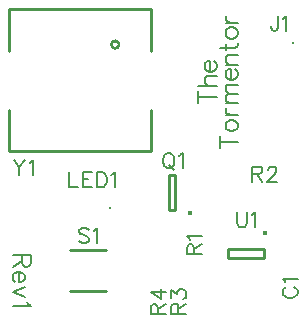
<source format=gbr>
G04 DipTrace 2.4.0.2*
%INTopSilk.gbr*%
%MOIN*%
%ADD10C,0.0098*%
%ADD13C,0.008*%
%ADD19C,0.0154*%
%ADD42C,0.0077*%
%FSLAX44Y44*%
G04*
G70*
G90*
G75*
G01*
%LNTopSilk*%
%LPD*%
X4437Y4000D2*
D10*
D3*
X-1665Y-1500D2*
D3*
D19*
X1022Y-1683D3*
X521Y-1591D2*
D10*
Y-410D1*
X324D1*
Y-1591D1*
X521D1*
X-2979Y-2908D2*
X-1798D1*
X-2979Y-4286D2*
X-1798D1*
D19*
X3519Y-2334D3*
X3467Y-2874D2*
D10*
X2285D1*
X3467Y-3189D2*
X2285D1*
Y-2874D2*
Y-3189D1*
X3467Y-2874D2*
Y-3189D1*
X-5033Y388D2*
Y1766D1*
X-308Y3734D2*
Y5112D1*
X-5033D2*
X-308D1*
Y388D2*
X-5033D1*
Y3734D2*
Y5112D1*
X-308Y388D2*
Y1766D1*
X-1608Y3937D2*
G02X-1608Y3937I125J0D01*
G01*
X4212Y-4145D2*
D42*
X4165Y-4169D1*
X4117Y-4217D1*
X4093Y-4265D1*
Y-4360D1*
X4117Y-4408D1*
X4165Y-4456D1*
X4212Y-4480D1*
X4284Y-4504D1*
X4404D1*
X4476Y-4480D1*
X4524Y-4456D1*
X4571Y-4408D1*
X4595Y-4360D1*
Y-4265D1*
X4571Y-4217D1*
X4524Y-4169D1*
X4476Y-4145D1*
X4189Y-3991D2*
X4165Y-3943D1*
X4094Y-3871D1*
X4595D1*
X3942Y4890D2*
Y4507D1*
X3918Y4435D1*
X3894Y4412D1*
X3846Y4387D1*
X3798D1*
X3751Y4412D1*
X3727Y4435D1*
X3703Y4507D1*
Y4555D1*
X4096Y4794D2*
X4144Y4818D1*
X4216Y4889D1*
Y4387D1*
X-3011Y-321D2*
Y-823D1*
X-2724D1*
X-2259Y-321D2*
X-2570D1*
Y-823D1*
X-2259D1*
X-2570Y-560D2*
X-2379D1*
X-2105Y-321D2*
Y-823D1*
X-1937D1*
X-1866Y-799D1*
X-1818Y-751D1*
X-1794Y-703D1*
X-1770Y-632D1*
Y-512D1*
X-1794Y-440D1*
X-1818Y-393D1*
X-1866Y-345D1*
X-1937Y-321D1*
X-2105D1*
X-1616Y-417D2*
X-1568Y-393D1*
X-1496Y-321D1*
Y-823D1*
X246Y322D2*
X198Y299D1*
X150Y250D1*
X127Y202D1*
X102Y131D1*
Y11D1*
X127Y-61D1*
X150Y-108D1*
X198Y-156D1*
X246Y-180D1*
X342D1*
X390Y-156D1*
X437Y-108D1*
X461Y-61D1*
X485Y11D1*
Y131D1*
X461Y202D1*
X437Y250D1*
X390Y299D1*
X342Y322D1*
X246D1*
X318Y-84D2*
X461Y-228D1*
X640Y226D2*
X688Y250D1*
X760Y321D1*
Y-181D1*
X1145Y-3055D2*
Y-2840D1*
X1121Y-2768D1*
X1097Y-2743D1*
X1049Y-2720D1*
X1001D1*
X954Y-2743D1*
X929Y-2768D1*
X906Y-2840D1*
Y-3055D1*
X1408D1*
X1145Y-2887D2*
X1408Y-2720D1*
X1002Y-2565D2*
X977Y-2517D1*
X906Y-2445D1*
X1408D1*
X3088Y-373D2*
X3303D1*
X3375Y-348D1*
X3399Y-325D1*
X3423Y-277D1*
Y-229D1*
X3399Y-182D1*
X3375Y-157D1*
X3303Y-133D1*
X3088D1*
Y-636D1*
X3255Y-373D2*
X3423Y-636D1*
X3602Y-253D2*
Y-230D1*
X3625Y-182D1*
X3649Y-158D1*
X3697Y-134D1*
X3793D1*
X3840Y-158D1*
X3864Y-182D1*
X3888Y-230D1*
Y-277D1*
X3864Y-325D1*
X3817Y-397D1*
X3577Y-636D1*
X3912D1*
X623Y-5037D2*
Y-4822D1*
X598Y-4750D1*
X575Y-4726D1*
X527Y-4702D1*
X479D1*
X432Y-4726D1*
X407Y-4750D1*
X383Y-4822D1*
Y-5037D1*
X886D1*
X623Y-4870D2*
X886Y-4702D1*
X384Y-4500D2*
Y-4237D1*
X575Y-4380D1*
Y-4308D1*
X599Y-4261D1*
X623Y-4237D1*
X695Y-4213D1*
X742D1*
X814Y-4237D1*
X862Y-4285D1*
X886Y-4357D1*
Y-4428D1*
X862Y-4500D1*
X838Y-4523D1*
X790Y-4548D1*
X-65Y-5049D2*
Y-4834D1*
X-89Y-4762D1*
X-113Y-4738D1*
X-160Y-4714D1*
X-208D1*
X-256Y-4738D1*
X-280Y-4762D1*
X-304Y-4834D1*
Y-5049D1*
X198D1*
X-65Y-4882D2*
X198Y-4714D1*
Y-4320D2*
X-304D1*
X31Y-4560D1*
Y-4201D1*
X-2358Y-2248D2*
X-2406Y-2200D1*
X-2478Y-2176D1*
X-2573D1*
X-2645Y-2200D1*
X-2693Y-2248D1*
Y-2296D1*
X-2669Y-2344D1*
X-2645Y-2367D1*
X-2598Y-2391D1*
X-2454Y-2439D1*
X-2406Y-2463D1*
X-2382Y-2487D1*
X-2358Y-2535D1*
Y-2607D1*
X-2406Y-2654D1*
X-2478Y-2679D1*
X-2573D1*
X-2645Y-2654D1*
X-2693Y-2607D1*
X-2204Y-2272D2*
X-2156Y-2248D1*
X-2084Y-2177D1*
Y-2679D1*
X2574Y-1650D2*
Y-2008D1*
X2597Y-2080D1*
X2646Y-2128D1*
X2717Y-2152D1*
X2765D1*
X2837Y-2128D1*
X2885Y-2080D1*
X2909Y-2008D1*
Y-1650D1*
X3063Y-1746D2*
X3111Y-1721D1*
X3183Y-1650D1*
Y-2152D1*
X-4874Y94D2*
X-4682Y-145D1*
Y-408D1*
X-4491Y94D2*
X-4682Y-145D1*
X-4337Y-2D2*
X-4289Y23D1*
X-4217Y94D1*
Y-408D1*
X1993Y688D2*
D13*
X2596D1*
X1993Y487D2*
Y889D1*
X2194Y1193D2*
X2222Y1136D1*
X2280Y1078D1*
X2366Y1049D1*
X2423D1*
X2509Y1078D1*
X2566Y1136D1*
X2596Y1193D1*
Y1279D1*
X2566Y1337D1*
X2509Y1394D1*
X2423Y1423D1*
X2366D1*
X2280Y1394D1*
X2222Y1337D1*
X2194Y1279D1*
Y1193D1*
Y1583D2*
X2596D1*
X2366D2*
X2280Y1612D1*
X2222Y1669D1*
X2194Y1727D1*
Y1813D1*
Y1973D2*
X2596D1*
X2308D2*
X2222Y2059D1*
X2194Y2117D1*
Y2202D1*
X2222Y2260D1*
X2308Y2289D1*
X2596D1*
X2308D2*
X2222Y2375D1*
X2194Y2433D1*
Y2518D1*
X2222Y2576D1*
X2308Y2605D1*
X2596D1*
X2366Y2765D2*
Y3109D1*
X2308D1*
X2251Y3081D1*
X2222Y3052D1*
X2194Y2994D1*
Y2908D1*
X2222Y2851D1*
X2280Y2794D1*
X2366Y2765D1*
X2423D1*
X2509Y2794D1*
X2566Y2851D1*
X2596Y2908D1*
Y2994D1*
X2566Y3052D1*
X2509Y3109D1*
X2194Y3269D2*
X2596D1*
X2308D2*
X2222Y3355D1*
X2194Y3413D1*
Y3499D1*
X2222Y3556D1*
X2308Y3585D1*
X2596D1*
X1993Y3831D2*
X2481D1*
X2566Y3860D1*
X2596Y3917D1*
Y3974D1*
X2194Y3745D2*
Y3946D1*
Y4278D2*
X2222Y4221D1*
X2280Y4163D1*
X2366Y4134D1*
X2423D1*
X2509Y4163D1*
X2566Y4221D1*
X2596Y4278D1*
Y4364D1*
X2566Y4422D1*
X2509Y4479D1*
X2423Y4508D1*
X2366D1*
X2280Y4479D1*
X2222Y4422D1*
X2194Y4364D1*
Y4278D1*
Y4668D2*
X2596D1*
X2366D2*
X2280Y4697D1*
X2222Y4754D1*
X2194Y4812D1*
Y4898D1*
X1291Y2203D2*
X1894D1*
X1291Y2002D2*
Y2404D1*
Y2564D2*
X1894D1*
X1607D2*
X1520Y2650D1*
X1492Y2708D1*
Y2794D1*
X1520Y2851D1*
X1607Y2879D1*
X1894D1*
X1664Y3039D2*
Y3384D1*
X1607D1*
X1549Y3355D1*
X1520Y3327D1*
X1492Y3269D1*
Y3183D1*
X1520Y3126D1*
X1578Y3068D1*
X1664Y3039D1*
X1721D1*
X1807Y3068D1*
X1865Y3126D1*
X1894Y3183D1*
Y3269D1*
X1865Y3327D1*
X1807Y3384D1*
X-4592Y-3075D2*
Y-3333D1*
X-4563Y-3419D1*
X-4535Y-3449D1*
X-4478Y-3477D1*
X-4420D1*
X-4363Y-3449D1*
X-4334Y-3419D1*
X-4305Y-3333D1*
Y-3075D1*
X-4908D1*
X-4592Y-3276D2*
X-4908Y-3477D1*
X-4679Y-3637D2*
Y-3981D1*
X-4621D1*
X-4563Y-3953D1*
X-4535Y-3924D1*
X-4506Y-3867D1*
Y-3780D1*
X-4535Y-3723D1*
X-4592Y-3666D1*
X-4679Y-3637D1*
X-4736D1*
X-4822Y-3666D1*
X-4879Y-3723D1*
X-4908Y-3780D1*
Y-3867D1*
X-4879Y-3924D1*
X-4822Y-3981D1*
X-4506Y-4141D2*
X-4908Y-4314D1*
X-4506Y-4485D1*
X-4421Y-4645D2*
X-4391Y-4703D1*
X-4306Y-4789D1*
X-4908D1*
M02*

</source>
